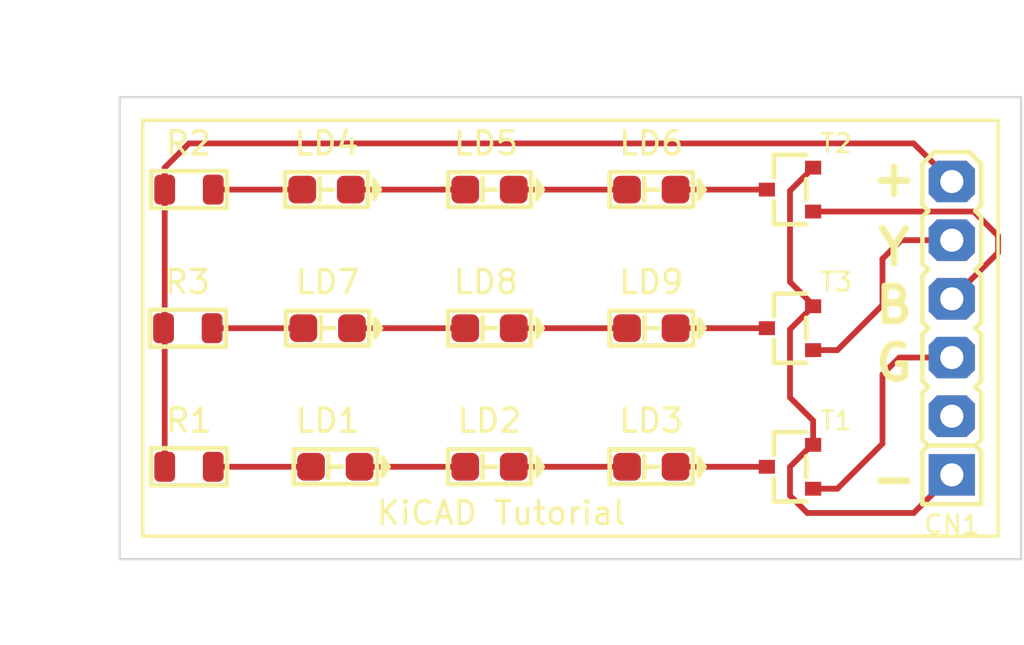
<source format=kicad_pcb>
(kicad_pcb (version 20211014) (generator pcbnew)
  (layers (0 "F.Cu" signal) (31 "B.Cu" signal) (34 "B.Paste" user) (35 "F.Paste" user) (36 "B.SilkS" user "B.Silkscreen") (37 "F.SilkS" user "F.Silkscreen") (38 "B.Mask" user) (39 "F.Mask" user) (44 "Edge.Cuts" user))
  (net 0 "")
  (net 1 "Net-(CN1-Pad1)")
  (net 3 "/G")
  (net 4 "/B")
  (net 5 "/Y")
  (net 6 "Net-(CN1-Pad6)")
  (net 7 "Net-(LD1-Pad1)")
  (net 8 "Net-(LD2-Pad1)")
  (net 9 "Net-(LD3-Pad1)")
  (net 10 "Net-(LD4-Pad2)")
  (net 11 "Net-(LD6-Pad1)")
  (net 12 "Net-(LD1-Pad2)")
  (net 13 "Net-(LD8-Pad1)")
  (net 14 "Net-(LD4-Pad1)")
  (net 15 "Net-(LD5-Pad1)")
  (net 16 "Net-(LD7-Pad1)")
  (net 17 "Net-(LD7-Pad2)")
  (net 18 "Net-(LD9-Pad1)")
  (footprint "minha_lib:LED_0805" (layer "F.Cu") (at 155 75 180)
    (fp_text reference "LD6" (at 0 2 unlocked) (layer "F.SilkS"))
    (fp_text value "LED_AZUL_0805_L171L-QBC-TR" hide)
    (fp_line (start -0.3 0) (end 0.3 0) (layer "F.SilkS") (width 0.2))
    (fp_line (start -2.3 0) (end -2.05 -0.4) (layer "F.SilkS") (width 0.2))
    (fp_line (start -1.8 0.75) (end -1.8 -0.75) (layer "F.SilkS") (width 0.2))
    (fp_line (start -2.05 0.4) (end -2.3 0) (layer "F.SilkS") (width 0.2))
    (fp_line (start 1.8 0.75) (end 0.15 0.75) (layer "F.SilkS") (width 0.2))
    (fp_line (start 0.15 0.75) (end -1.8 0.75) (layer "F.SilkS") (width 0.2))
    (fp_line (start -2.05 -0.4) (end -2.2 0) (layer "F.SilkS") (width 0.2))
    (fp_line (start -2.05 -0.4) (end -2.05 0.4) (layer "F.SilkS") (width 0.2))
    (fp_line (start -1.8 -0.75) (end 1.8 -0.75) (layer "F.SilkS") (width 0.2))
    (fp_line (start 1.8 -0.75) (end 1.8 0.75) (layer "F.SilkS") (width 0.2))
    (fp_line (start 0.3 -0.5) (end 0.3 0.5) (layer "F.SilkS") (width 0.2))
    (pad "1" smd roundrect (at -1.05 0 90) (size 1.2 1.2) (layers "F.Cu" "F.Paste" "F.Mask") (net 11 "Net-(LD6-Pad1)"))
    (pad "2" smd roundrect (at 1.05 0 270) (size 1.2 1.2) (layers "F.Cu" "F.Paste" "F.Mask") (net 15 "Net-(LD5-Pad1)"))
  )
  (footprint "minha_lib:RES_0805" (layer "F.Cu") (at 134.95 81 180)
    (fp_text reference "R3" (at 0.025 2 unlocked) (layer "F.SilkS"))
    (fp_text value "R_0805_1K_1%_1/8W")
    (fp_line (start 1.65 -0.8) (end 1.65 0.8) (layer "F.SilkS") (width 0.2))
    (fp_line (start -1.4 -0.8) (end 1.65 -0.8) (layer "F.SilkS") (width 0.2))
    (fp_line (start -1.65 0.8) (end -1.65 -0.05) (layer "F.SilkS") (width 0.2))
    (fp_line (start 1.65 0.8) (end -1.6 0.8) (layer "F.SilkS") (width 0.2))
    (fp_line (start -1.65 -0.05) (end -1.65 -0.8) (layer "F.SilkS") (width 0.2))
    (fp_line (start -1.65 -0.8) (end -1.45 -0.8) (layer "F.SilkS") (width 0.2))
    (fp_line (start -1.6 0.8) (end -1.65 0.8) (layer "F.SilkS") (width 0.2))
    (pad "1" smd roundrect (at -1.05 0 90) (size 1.3 0.9) (layers "F.Cu" "F.Paste" "F.Mask") (net 17 "Net-(LD7-Pad2)"))
    (pad "2" smd roundrect (at 1.05 0 270) (size 1.3 0.9) (layers "F.Cu" "F.Paste" "F.Mask") (net 6 "Net-(CN1-Pad6)"))
  )
  (footprint "minha_lib:SOT_23" (layer "F.Cu") (at 161 87 -90)
    (fp_text reference "T1" (at -2 -2 unlocked) (layer "F.SilkS") (effects (font (size 0.8 0.8) (thickness 0.12))))
    (fp_text value "T_NPN_SOT23_BC817")
    (fp_line (start -0.5 0.7) (end -1.5 0.7) (layer "F.SilkS") (width 0.2))
    (fp_line (start -1.5 0.7) (end -1.5 -0.7) (layer "F.SilkS") (width 0.2))
    (fp_line (start -0.45 -0.7) (end 0.45 -0.7) (layer "F.SilkS") (width 0.2))
    (fp_line (start 0.5 0.7) (end 1.5 0.7) (layer "F.SilkS") (width 0.2))
    (fp_line (start 1.5 -0.7) (end 1.5 0.7) (layer "F.SilkS") (width 0.2))
    (pad "1" smd rect (at 0.95 -1) (size 0.7 0.6) (layers "F.Cu" "F.Paste" "F.Mask") (net 3 "/G"))
    (pad "2" smd rect (at -0.95 -1) (size 0.7 0.6) (layers "F.Cu" "F.Paste" "F.Mask") (net 1 "Net-(CN1-Pad1)"))
    (pad "3" smd rect (at 0 1 180) (size 0.7 0.6) (layers "F.Cu" "F.Paste" "F.Mask") (net 9 "Net-(LD3-Pad1)"))
  )
  (footprint "minha_lib:LED_0805" (layer "F.Cu") (at 141 81 180)
    (fp_text reference "LD7" (at 0 2 unlocked) (layer "F.SilkS"))
    (fp_text value "LED_VERDE_0805_L171L-GC-TR" hide)
    (fp_line (start -2.05 -0.4) (end -2.05 0.4) (layer "F.SilkS") (width 0.2))
    (fp_line (start -0.3 0) (end 0.3 0) (layer "F.SilkS") (width 0.2))
    (fp_line (start 0.3 -0.5) (end 0.3 0.5) (layer "F.SilkS") (width 0.2))
    (fp_line (start -2.05 0.4) (end -2.3 0) (layer "F.SilkS") (width 0.2))
    (fp_line (start -2.05 -0.4) (end -2.2 0) (layer "F.SilkS") (width 0.2))
    (fp_line (start 0.15 0.75) (end -1.8 0.75) (layer "F.SilkS") (width 0.2))
    (fp_line (start -1.8 0.75) (end -1.8 -0.75) (layer "F.SilkS") (width 0.2))
    (fp_line (start 1.8 0.75) (end 0.15 0.75) (layer "F.SilkS") (width 0.2))
    (fp_line (start 1.8 -0.75) (end 1.8 0.75) (layer "F.SilkS") (width 0.2))
    (fp_line (start -1.8 -0.75) (end 1.8 -0.75) (layer "F.SilkS") (width 0.2))
    (fp_line (start -2.3 0) (end -2.05 -0.4) (layer "F.SilkS") (width 0.2))
    (pad "1" smd roundrect (at -1.05 0 90) (size 1.2 1.2) (layers "F.Cu" "F.Paste" "F.Mask") (net 16 "Net-(LD7-Pad1)"))
    (pad "2" smd roundrect (at 1.05 0 270) (size 1.2 1.2) (layers "F.Cu" "F.Paste" "F.Mask") (net 17 "Net-(LD7-Pad2)"))
  )
  (footprint "minha_lib:pin_header_male_6_2.54_pth" (layer "F.Cu") (at 168 87.35 90)
    (fp_text reference "CN1" (at -2.15 0 unlocked) (layer "F.SilkS") (effects (font (size 0.8 0.8) (thickness 0.12))))
    (fp_text value "CON_PIN_HEADER_1X6_2.54_180")
    (fp_line (start 6.604 -1.27) (end 6.35 -1.016) (layer "F.SilkS") (width 0.2))
    (fp_line (start 3.81 -1.016) (end 3.556 -1.27) (layer "F.SilkS") (width 0.2))
    (fp_line (start 1.27 -1.016) (end 1.27 1.016) (layer "F.SilkS") (width 0.2))
    (fp_line (start 1.27 1.016) (end 1.524 1.27) (layer "F.SilkS") (width 0.2))
    (fp_line (start 11.684 -1.27) (end 11.43 -1.016) (layer "F.SilkS") (width 0.2))
    (fp_line (start 1.27 -1.016) (end 1.016 -1.27) (layer "F.SilkS") (width 0.2))
    (fp_line (start 9.144 1.27) (end 11.176 1.27) (layer "F.SilkS") (width 0.2))
    (fp_line (start -1.016 1.27) (end 1.016 1.27) (layer "F.SilkS") (width 0.2))
    (fp_line (start 11.684 1.27) (end 13.462 1.27) (layer "F.SilkS") (width 0.2))
    (fp_line (start 6.096 -1.27) (end 4.064 -1.27) (layer "F.SilkS") (width 0.2))
    (fp_line (start 13.716 1.016) (end 13.97 0.762) (layer "F.SilkS") (width 0.2))
    (fp_line (start -1.27 1.27) (end -1.016 1.27) (layer "F.SilkS") (width 0.2))
    (fp_line (start 11.938 -1.27) (end 11.684 -1.27) (layer "F.SilkS") (width 0.2))
    (fp_line (start 13.97 -0.762) (end 13.462 -1.27) (layer "F.SilkS") (width 0.2))
    (fp_line (start 11.43 -1.016) (end 11.176 -1.27) (layer "F.SilkS") (width 0.2))
    (fp_line (start 1.016 -1.27) (end -1.27 -1.27) (layer "F.SilkS") (width 0.2))
    (fp_line (start 11.176 1.27) (end 11.43 1.016) (layer "F.SilkS") (width 0.2))
    (fp_line (start 6.604 1.27) (end 8.636 1.27) (layer "F.SilkS") (width 0.2))
    (fp_line (start 4.064 -1.27) (end 3.81 -1.016) (layer "F.SilkS") (width 0.2))
    (fp_line (start -1.27 -1.27) (end -1.27 1.27) (layer "F.SilkS") (width 0.2))
    (fp_line (start 3.556 -1.27) (end 1.524 -1.27) (layer "F.SilkS") (width 0.2))
    (fp_line (start 8.636 -1.27) (end 6.604 -1.27) (layer "F.SilkS") (width 0.2))
    (fp_line (start 9.144 -1.27) (end 8.89 -1.016) (layer "F.SilkS") (width 0.2))
    (fp_line (start 4.064 1.27) (end 6.096 1.27) (layer "F.SilkS") (width 0.2))
    (fp_line (start 11.43 1.016) (end 11.684 1.27) (layer "F.SilkS") (width 0.2))
    (fp_line (start 1.016 1.27) (end 1.27 1.016) (layer "F.SilkS") (width 0.2))
    (fp_line (start 1.524 -1.27) (end 1.27 -1.016) (layer "F.SilkS") (width 0.2))
    (fp_line (start 8.89 -1.016) (end 8.636 -1.27) (layer "F.SilkS") (width 0.2))
    (fp_line (start 8.636 1.27) (end 8.89 1.016) (layer "F.SilkS") (width 0.2))
    (fp_line (start 3.556 1.27) (end 3.81 1.016) (layer "F.SilkS") (width 0.2))
    (fp_line (start 8.89 1.016) (end 9.144 1.27) (layer "F.SilkS") (width 0.2))
    (fp_line (start 11.176 -1.27) (end 9.144 -1.27) (layer "F.SilkS") (width 0.2))
    (fp_line (start 6.096 1.27) (end 6.35 1.016) (layer "F.SilkS") (width 0.2))
    (fp_line (start 13.462 1.27) (end 13.716 1.016) (layer "F.SilkS") (width 0.2))
    (fp_line (start 3.81 1.016) (end 4.064 1.27) (layer "F.SilkS") (width 0.2))
    (fp_line (start 1.524 1.27) (end 3.556 1.27) (layer "F.SilkS") (width 0.2))
    (fp_line (start 6.35 1.016) (end 6.604 1.27) (layer "F.SilkS") (width 0.2))
    (fp_line (start 6.35 -1.016) (end 6.096 -1.27) (layer "F.SilkS") (width 0.2))
    (fp_line (start 13.462 -1.27) (end 11.938 -1.27) (layer "F.SilkS") (width 0.2))
    (fp_line (start 13.97 0.762) (end 13.97 -0.762) (layer "F.SilkS") (width 0.2))
    (fp_line (start 11.684 -1.27) (end 11.938 -1.27) (layer "F.SilkS") (width 0.2))
    (pad "1" thru_hole trapezoid (at 0 0 90) (size 1.8 2) (drill 1) (layers *.Cu *.Mask) (net 1 "Net-(CN1-Pad1)"))
    (pad "2" thru_hole roundrect (at 2.54 0 90) (size 1.8 2) (drill 1) (layers *.Cu *.Mask) (roundrect_rratio 0) (chamfer_ratio 0.2) (chamfer top_left top_right bottom_left bottom_right))
    (pad "3" thru_hole roundrect (at 5.08 0 90) (size 1.8 2) (drill 1) (layers *.Cu *.Mask) (roundrect_rratio 0) (chamfer_ratio 0.2) (chamfer top_left top_right bottom_left bottom_right) (net 3 "/G"))
    (pad "4" thru_hole roundrect (at 7.62 0 90) (size 1.8 2) (drill 1) (layers *.Cu *.Mask) (roundrect_rratio 0) (chamfer_ratio 0.2) (chamfer top_left top_right bottom_left bottom_right) (net 4 "/B"))
    (pad "5" thru_hole roundrect (at 10.16 0 90) (size 1.8 2) (drill 1) (layers *.Cu *.Mask) (roundrect_rratio 0) (chamfer_ratio 0.2) (chamfer top_left top_right bottom_left bottom_right) (net 5 "/Y"))
    (pad "6" thru_hole roundrect (at 12.7 0 90) (size 1.8 2) (drill 1) (layers *.Cu *.Mask) (roundrect_rratio 0) (chamfer_ratio 0.2) (chamfer top_left top_right bottom_left bottom_right) (net 6 "Net-(CN1-Pad6)"))
  )
  (footprint "minha_lib:LED_0805" (layer "F.Cu") (at 155 87 180)
    (fp_text reference "LD3" (at 0 2 unlocked) (layer "F.SilkS"))
    (fp_text value "LED_AMARELO_0805_L171L-YGC")
    (fp_line (start -2.05 -0.4) (end -2.05 0.4) (layer "F.SilkS") (width 0.2))
    (fp_line (start -2.3 0) (end -2.05 -0.4) (layer "F.SilkS") (width 0.2))
    (fp_line (start -2.05 -0.4) (end -2.2 0) (layer "F.SilkS") (width 0.2))
    (fp_line (start -0.3 0) (end 0.3 0) (layer "F.SilkS") (width 0.2))
    (fp_line (start -2.05 0.4) (end -2.3 0) (layer "F.SilkS") (width 0.2))
    (fp_line (start 0.15 0.75) (end -1.8 0.75) (layer "F.SilkS") (width 0.2))
    (fp_line (start 0.3 -0.5) (end 0.3 0.5) (layer "F.SilkS") (width 0.2))
    (fp_line (start -1.8 0.75) (end -1.8 -0.75) (layer "F.SilkS") (width 0.2))
    (fp_line (start -1.8 -0.75) (end 1.8 -0.75) (layer "F.SilkS") (width 0.2))
    (fp_line (start 1.8 -0.75) (end 1.8 0.75) (layer "F.SilkS") (width 0.2))
    (fp_line (start 1.8 0.75) (end 0.15 0.75) (layer "F.SilkS") (width 0.2))
    (pad "1" smd roundrect (at -1.05 0 90) (size 1.2 1.2) (layers "F.Cu" "F.Paste" "F.Mask") (net 9 "Net-(LD3-Pad1)"))
    (pad "2" smd roundrect (at 1.05 0 270) (size 1.2 1.2) (layers "F.Cu" "F.Paste" "F.Mask") (net 8 "Net-(LD2-Pad1)"))
  )
  (footprint "minha_lib:LED_0805" (layer "F.Cu") (at 148 87 180)
    (fp_text reference "LD2" (at 0 2 unlocked) (layer "F.SilkS"))
    (fp_text value "LED_AMARELO_0805_L171L-YGC")
    (fp_line (start -2.3 0) (end -2.05 -0.4) (layer "F.SilkS") (width 0.2))
    (fp_line (start 1.8 0.75) (end 0.15 0.75) (layer "F.SilkS") (width 0.2))
    (fp_line (start -0.3 0) (end 0.3 0) (layer "F.SilkS") (width 0.2))
    (fp_line (start 0.15 0.75) (end -1.8 0.75) (layer "F.SilkS") (width 0.2))
    (fp_line (start -1.8 0.75) (end -1.8 -0.75) (layer "F.SilkS") (width 0.2))
    (fp_line (start -2.05 -0.4) (end -2.2 0) (layer "F.SilkS") (width 0.2))
    (fp_line (start 1.8 -0.75) (end 1.8 0.75) (layer "F.SilkS") (width 0.2))
    (fp_line (start -1.8 -0.75) (end 1.8 -0.75) (layer "F.SilkS") (width 0.2))
    (fp_line (start -2.05 -0.4) (end -2.05 0.4) (layer "F.SilkS") (width 0.2))
    (fp_line (start 0.3 -0.5) (end 0.3 0.5) (layer "F.SilkS") (width 0.2))
    (fp_line (start -2.05 0.4) (end -2.3 0) (layer "F.SilkS") (width 0.2))
    (pad "1" smd roundrect (at -1.05 0 90) (size 1.2 1.2) (layers "F.Cu" "F.Paste" "F.Mask") (net 8 "Net-(LD2-Pad1)"))
    (pad "2" smd roundrect (at 1.05 0 270) (size 1.2 1.2) (layers "F.Cu" "F.Paste" "F.Mask") (net 7 "Net-(LD1-Pad1)"))
  )
  (footprint "minha_lib:LED_0805" (layer "F.Cu") (at 141.33 87 180)
    (fp_text reference "LD1" (at 0.33 2 unlocked) (layer "F.SilkS"))
    (fp_text value "LED_AMARELO_0805_L171L-YGC")
    (fp_line (start 0.3 -0.5) (end 0.3 0.5) (layer "F.SilkS") (width 0.2))
    (fp_line (start -2.3 0) (end -2.05 -0.4) (layer "F.SilkS") (width 0.2))
    (fp_line (start -1.8 -0.75) (end 1.8 -0.75) (layer "F.SilkS") (width 0.2))
    (fp_line (start 1.8 -0.75) (end 1.8 0.75) (layer "F.SilkS") (width 0.2))
    (fp_line (start -1.8 0.75) (end -1.8 -0.75) (layer "F.SilkS") (width 0.2))
    (fp_line (start -2.05 0.4) (end -2.3 0) (layer "F.SilkS") (width 0.2))
    (fp_line (start 0.15 0.75) (end -1.8 0.75) (layer "F.SilkS") (width 0.2))
    (fp_line (start -0.3 0) (end 0.3 0) (layer "F.SilkS") (width 0.2))
    (fp_line (start -2.05 -0.4) (end -2.2 0) (layer "F.SilkS") (width 0.2))
    (fp_line (start -2.05 -0.4) (end -2.05 0.4) (layer "F.SilkS") (width 0.2))
    (fp_line (start 1.8 0.75) (end 0.15 0.75) (layer "F.SilkS") (width 0.2))
    (pad "1" smd roundrect (at -1.05 0 90) (size 1.2 1.2) (layers "F.Cu" "F.Paste" "F.Mask") (net 7 "Net-(LD1-Pad1)"))
    (pad "2" smd roundrect (at 1.05 0 270) (size 1.2 1.2) (layers "F.Cu" "F.Paste" "F.Mask") (net 12 "Net-(LD1-Pad2)"))
  )
  (footprint "minha_lib:RES_0805" (layer "F.Cu") (at 135 87 180)
    (fp_text reference "R1" (at 0 2 unlocked) (layer "F.SilkS"))
    (fp_text value "R_0805_1K_1%_1/8W")
    (fp_line (start -1.65 -0.8) (end -1.45 -0.8) (layer "F.SilkS") (width 0.2))
    (fp_line (start -1.4 -0.8) (end 1.65 -0.8) (layer "F.SilkS") (width 0.2))
    (fp_line (start -1.65 0.8) (end -1.65 -0.05) (layer "F.SilkS") (width 0.2))
    (fp_line (start 1.65 0.8) (end -1.6 0.8) (layer "F.SilkS") (width 0.2))
    (fp_line (start -1.6 0.8) (end -1.65 0.8) (layer "F.SilkS") (width 0.2))
    (fp_line (start -1.65 -0.05) (end -1.65 -0.8) (layer "F.SilkS") (width 0.2))
    (fp_line (start 1.65 -0.8) (end 1.65 0.8) (layer "F.SilkS") (width 0.2))
    (pad "1" smd roundrect (at -1.05 0 90) (size 1.3 0.9) (layers "F.Cu" "F.Paste" "F.Mask") (net 12 "Net-(LD1-Pad2)"))
    (pad "2" smd roundrect (at 1.05 0 270) (size 1.3 0.9) (layers "F.Cu" "F.Paste" "F.Mask") (net 6 "Net-(CN1-Pad6)"))
  )
  (footprint "minha_lib:RES_0805" (layer "F.Cu") (at 135 75 180)
    (fp_text reference "R2" (at 0.025 2 unlocked) (layer "F.SilkS"))
    (fp_text value "R_0805_1K_1%_1/8W")
    (fp_line (start -1.6 0.8) (end -1.65 0.8) (layer "F.SilkS") (width 0.2))
    (fp_line (start -1.65 -0.05) (end -1.65 -0.8) (layer "F.SilkS") (width 0.2))
    (fp_line (start 1.65 -0.8) (end 1.65 0.8) (layer "F.SilkS") (width 0.2))
    (fp_line (start -1.4 -0.8) (end 1.65 -0.8) (layer "F.SilkS") (width 0.2))
    (fp_line (start 1.65 0.8) (end -1.6 0.8) (layer "F.SilkS") (width 0.2))
    (fp_line (start -1.65 -0.8) (end -1.45 -0.8) (layer "F.SilkS") (width 0.2))
    (fp_line (start -1.65 0.8) (end -1.65 -0.05) (layer "F.SilkS") (width 0.2))
    (pad "1" smd roundrect (at -1.05 0 90) (size 1.3 0.9) (layers "F.Cu" "F.Paste" "F.Mask") (net 10 "Net-(LD4-Pad2)"))
    (pad "2" smd roundrect (at 1.05 0 270) (size 1.3 0.9) (layers "F.Cu" "F.Paste" "F.Mask") (net 6 "Net-(CN1-Pad6)"))
  )
  (footprint "minha_lib:SOT_23" (layer "F.Cu") (at 161 75 -90)
    (fp_text reference "T2" (at -2 -2 unlocked) (layer "F.SilkS") (effects (font (size 0.8 0.8) (thickness 0.12))))
    (fp_text value "T_NPN_SOT23_BC817")
    (fp_line (start -0.5 0.7) (end -1.5 0.7) (layer "F.SilkS") (width 0.2))
    (fp_line (start -1.5 0.7) (end -1.5 -0.7) (layer "F.SilkS") (width 0.2))
    (fp_line (start 1.5 -0.7) (end 1.5 0.7) (layer "F.SilkS") (width 0.2))
    (fp_line (start 0.5 0.7) (end 1.5 0.7) (layer "F.SilkS") (width 0.2))
    (fp_line (start -0.45 -0.7) (end 0.45 -0.7) (layer "F.SilkS") (width 0.2))
    (pad "1" smd rect (at 0.95 -1) (size 0.7 0.6) (layers "F.Cu" "F.Paste" "F.Mask") (net 4 "/B"))
    (pad "2" smd rect (at -0.95 -1) (size 0.7 0.6) (layers "F.Cu" "F.Paste" "F.Mask") (net 1 "Net-(CN1-Pad1)"))
    (pad "3" smd rect (at 0 1 180) (size 0.7 0.6) (layers "F.Cu" "F.Paste" "F.Mask") (net 11 "Net-(LD6-Pad1)"))
  )
  (footprint "minha_lib:LED_0805" (layer "F.Cu") (at 148 81 180)
    (fp_text reference "LD8" (at 0.15 2 unlocked) (layer "F.SilkS"))
    (fp_text value "LED_VERDE_0805_L171L-GC-TR")
    (fp_line (start -2.05 -0.4) (end -2.2 0) (layer "F.SilkS") (width 0.2))
    (fp_line (start -2.05 -0.4) (end -2.05 0.4) (layer "F.SilkS") (width 0.2))
    (fp_line (start 0.15 0.75) (end -1.8 0.75) (layer "F.SilkS") (width 0.2))
    (fp_line (start -2.3 0) (end -2.05 -0.4) (layer "F.SilkS") (width 0.2))
    (fp_line (start -1.8 0.75) (end -1.8 -0.75) (layer "F.SilkS") (width 0.2))
    (fp_line (start -1.8 -0.75) (end 1.8 -0.75) (layer "F.SilkS") (width 0.2))
    (fp_line (start -2.05 0.4) (end -2.3 0) (layer "F.SilkS") (width 0.2))
    (fp_line (start 0.3 -0.5) (end 0.3 0.5) (layer "F.SilkS") (width 0.2))
    (fp_line (start 1.8 0.75) (end 0.15 0.75) (layer "F.SilkS") (width 0.2))
    (fp_line (start -0.3 0) (end 0.3 0) (layer "F.SilkS") (width 0.2))
    (fp_line (start 1.8 -0.75) (end 1.8 0.75) (layer "F.SilkS") (width 0.2))
    (pad "1" smd roundrect (at -1.05 0 90) (size 1.2 1.2) (layers "F.Cu" "F.Paste" "F.Mask") (net 13 "Net-(LD8-Pad1)"))
    (pad "2" smd roundrect (at 1.05 0 270) (size 1.2 1.2) (layers "F.Cu" "F.Paste" "F.Mask") (net 16 "Net-(LD7-Pad1)"))
  )
  (footprint "minha_lib:SOT_23" (layer "F.Cu") (at 161 81 -90)
    (fp_text reference "T3" (at -2 -2 unlocked) (layer "F.SilkS") (effects (font (size 0.8 0.8) (thickness 0.12))))
    (fp_text value "T_NPN_SOT23_BC817")
    (fp_line (start -0.5 0.7) (end -1.5 0.7) (layer "F.SilkS") (width 0.2))
    (fp_line (start -0.45 -0.7) (end 0.45 -0.7) (layer "F.SilkS") (width 0.2))
    (fp_line (start -1.5 0.7) (end -1.5 -0.7) (layer "F.SilkS") (width 0.2))
    (fp_line (start 0.5 0.7) (end 1.5 0.7) (layer "F.SilkS") (width 0.2))
    (fp_line (start 1.5 -0.7) (end 1.5 0.7) (layer "F.SilkS") (width 0.2))
    (pad "1" smd rect (at 0.95 -1) (size 0.7 0.6) (layers "F.Cu" "F.Paste" "F.Mask") (net 5 "/Y"))
    (pad "2" smd rect (at -0.95 -1) (size 0.7 0.6) (layers "F.Cu" "F.Paste" "F.Mask") (net 1 "Net-(CN1-Pad1)"))
    (pad "3" smd rect (at 0 1 180) (size 0.7 0.6) (layers "F.Cu" "F.Paste" "F.Mask") (net 18 "Net-(LD9-Pad1)"))
  )
  (footprint "minha_lib:LED_0805" (layer "F.Cu") (at 148 75 180)
    (fp_text reference "LD5" (at 0.15 2 unlocked) (layer "F.SilkS"))
    (fp_text value "LED_AZUL_0805_L171L-QBC-TR")
    (fp_line (start 1.8 -0.75) (end 1.8 0.75) (layer "F.SilkS") (width 0.2))
    (fp_line (start -0.3 0) (end 0.3 0) (layer "F.SilkS") (width 0.2))
    (fp_line (start -1.8 -0.75) (end 1.8 -0.75) (layer "F.SilkS") (width 0.2))
    (fp_line (start 1.8 0.75) (end 0.15 0.75) (layer "F.SilkS") (width 0.2))
    (fp_line (start -2.05 -0.4) (end -2.2 0) (layer "F.SilkS") (width 0.2))
    (fp_line (start -2.3 0) (end -2.05 -0.4) (layer "F.SilkS") (width 0.2))
    (fp_line (start -2.05 0.4) (end -2.3 0) (layer "F.SilkS") (width 0.2))
    (fp_line (start 0.15 0.75) (end -1.8 0.75) (layer "F.SilkS") (width 0.2))
    (fp_line (start -1.8 0.75) (end -1.8 -0.75) (layer "F.SilkS") (width 0.2))
    (fp_line (start 0.3 -0.5) (end 0.3 0.5) (layer "F.SilkS") (width 0.2))
    (fp_line (start -2.05 -0.4) (end -2.05 0.4) (layer "F.SilkS") (width 0.2))
    (pad "1" smd roundrect (at -1.05 0 90) (size 1.2 1.2) (layers "F.Cu" "F.Paste" "F.Mask") (net 15 "Net-(LD5-Pad1)"))
    (pad "2" smd roundrect (at 1.05 0 270) (size 1.2 1.2) (layers "F.Cu" "F.Paste" "F.Mask") (net 14 "Net-(LD4-Pad1)"))
  )
  (footprint "minha_lib:LED_0805" (layer "F.Cu") (at 155 81 180)
    (fp_text reference "LD9" (at 0 2 unlocked) (layer "F.SilkS"))
    (fp_text value "LED_VERDE_0805_L171L-GC-TR")
    (fp_line (start 1.8 -0.75) (end 1.8 0.75) (layer "F.SilkS") (width 0.2))
    (fp_line (start -2.3 0) (end -2.05 -0.4) (layer "F.SilkS") (width 0.2))
    (fp_line (start -0.3 0) (end 0.3 0) (layer "F.SilkS") (width 0.2))
    (fp_line (start -1.8 -0.75) (end 1.8 -0.75) (layer "F.SilkS") (width 0.2))
    (fp_line (start 1.8 0.75) (end 0.15 0.75) (layer "F.SilkS") (width 0.2))
    (fp_line (start -1.8 0.75) (end -1.8 -0.75) (layer "F.SilkS") (width 0.2))
    (fp_line (start -2.05 -0.4) (end -2.05 0.4) (layer "F.SilkS") (width 0.2))
    (fp_line (start -2.05 0.4) (end -2.3 0) (layer "F.SilkS") (width 0.2))
    (fp_line (start 0.15 0.75) (end -1.8 0.75) (layer "F.SilkS") (width 0.2))
    (fp_line (start 0.3 -0.5) (end 0.3 0.5) (layer "F.SilkS") (width 0.2))
    (fp_line (start -2.05 -0.4) (end -2.2 0) (layer "F.SilkS") (width 0.2))
    (pad "1" smd roundrect (at -1.05 0 90) (size 1.2 1.2) (layers "F.Cu" "F.Paste" "F.Mask") (net 18 "Net-(LD9-Pad1)"))
    (pad "2" smd roundrect (at 1.05 0 270) (size 1.2 1.2) (layers "F.Cu" "F.Paste" "F.Mask") (net 13 "Net-(LD8-Pad1)"))
  )
  (footprint "minha_lib:LED_0805" (layer "F.Cu") (at 140.95 75 180)
    (fp_text reference "LD4" (at 0 2 unlocked) (layer "F.SilkS"))
    (fp_text value "LED_AZUL_0805_L171L-QBC-TR")
    (fp_line (start 1.8 -0.75) (end 1.8 0.75) (layer "F.SilkS") (width 0.2))
    (fp_line (start 1.8 0.75) (end 0.15 0.75) (layer "F.SilkS") (width 0.2))
    (fp_line (start -0.3 0) (end 0.3 0) (layer "F.SilkS") (width 0.2))
    (fp_line (start -2.05 0.4) (end -2.3 0) (layer "F.SilkS") (width 0.2))
    (fp_line (start -2.05 -0.4) (end -2.05 0.4) (layer "F.SilkS") (width 0.2))
    (fp_line (start -2.3 0) (end -2.05 -0.4) (layer "F.SilkS") (width 0.2))
    (fp_line (start -1.8 0.75) (end -1.8 -0.75) (layer "F.SilkS") (width 0.2))
    (fp_line (start -1.8 -0.75) (end 1.8 -0.75) (layer "F.SilkS") (width 0.2))
    (fp_line (start -2.05 -0.4) (end -2.2 0) (layer "F.SilkS") (width 0.2))
    (fp_line (start 0.15 0.75) (end -1.8 0.75) (layer "F.SilkS") (width 0.2))
    (fp_line (start 0.3 -0.5) (end 0.3 0.5) (layer "F.SilkS") (width 0.2))
    (pad "1" smd roundrect (at -1.05 0 90) (size 1.2 1.2) (layers "F.Cu" "F.Paste" "F.Mask") (net 14 "Net-(LD4-Pad1)"))
    (pad "2" smd roundrect (at 1.05 0 270) (size 1.2 1.2) (layers "F.Cu" "F.Paste" "F.Mask") (net 10 "Net-(LD4-Pad2)"))
  )
  (gr_line (start 170 72) (end 170 90) (layer "F.SilkS") (width 0.15))
  (gr_line (start 133 90) (end 133 72) (layer "F.SilkS") (width 0.15))
  (gr_line (start 170 90) (end 133 90) (layer "F.SilkS") (width 0.15))
  (gr_line (start 133 72) (end 170 72) (layer "F.SilkS") (width 0.15))
  (gr_line (start 171 71) (end 171 91) (layer "Edge.Cuts") (width 0.1))
  (gr_line (start 132 71) (end 171 71) (layer "Edge.Cuts") (width 0.1))
  (gr_line (start 171 91) (end 132 91) (layer "Edge.Cuts") (width 0.1))
  (gr_line (start 132 91) (end 132 71) (layer "Edge.Cuts") (width 0.1))
  (gr_text "B" (at 165.5 80) (layer "F.SilkS") (effects (font (size 1.5 1.5) (thickness 0.3))))
  (gr_text "KiCAD Tutorial" (at 148.5 89) (layer "F.SilkS") (effects (font (size 1 1))))
  (gr_text "+" (at 165.5 74.5) (layer "F.SilkS") (effects (font (size 1.5 1.5) (thickness 0.3))))
  (gr_text "G" (at 165.5 82.5) (layer "F.SilkS") (effects (font (size 1.5 1.5) (thickness 0.3))))
  (gr_text "Y" (at 165.5 77.5) (layer "F.SilkS") (effects (font (size 1.5 1.5) (thickness 0.3))))
  (gr_text "-" (at 165.5 87.5) (layer "F.SilkS") (effects (font (size 1.5 1.5) (thickness 0.3))))
  (segment (start 162 86.05) (end 162 85) (width 0.25) (layer "F.Cu") (net 1))
  (segment (start 161 81.05) (end 162 80.05) (width 0.25) (layer "F.Cu") (net 1))
  (segment (start 161 79) (end 161 75.05) (width 0.25) (layer "F.Cu") (net 1))
  (segment (start 162 85) (end 161 84) (width 0.25) (layer "F.Cu") (net 1))
  (segment (start 161 75.05) (end 162 74.05) (width 0.25) (layer "F.Cu") (net 1))
  (segment (start 162 80.05) (end 162 80) (width 0.25) (layer "F.Cu") (net 1))
  (segment (start 161 88.249022) (end 161.750978 89) (width 0.25) (layer "F.Cu") (net 1))
  (segment (start 161 87) (end 161 88.249022) (width 0.25) (layer "F.Cu") (net 1))
  (segment (start 161.750978 89) (end 166.35 89) (width 0.25) (layer "F.Cu") (net 1))
  (segment (start 161 84) (end 161 81.05) (width 0.25) (layer "F.Cu") (net 1))
  (segment (start 162 86.05) (end 161.95 86.05) (width 0.25) (layer "F.Cu") (net 1))
  (segment (start 161.95 86.05) (end 161 87) (width 0.25) (layer "F.Cu") (net 1))
  (segment (start 162 80) (end 161 79) (width 0.25) (layer "F.Cu") (net 1))
  (segment (start 166.35 89) (end 168 87.35) (width 0.25) (layer "F.Cu") (net 1))
  (segment (start 165 86) (end 165 83) (width 0.25) (layer "F.Cu") (net 3))
  (segment (start 163.05 87.95) (end 165 86) (width 0.25) (layer "F.Cu") (net 3))
  (segment (start 162 87.95) (end 163.05 87.95) (width 0.25) (layer "F.Cu") (net 3))
  (segment (start 168 82.27) (end 165.73 82.27) (width 0.25) (layer "F.Cu") (net 3))
  (segment (start 165.73 82.27) (end 165 83) (width 0.25) (layer "F.Cu") (net 3))
  (segment (start 170 77) (end 170 77.73) (width 0.25) (layer "F.Cu") (net 4))
  (segment (start 162 75.95) (end 168.95 75.95) (width 0.25) (layer "F.Cu") (net 4))
  (segment (start 170 77.73) (end 168 79.73) (width 0.25) (layer "F.Cu") (net 4))
  (segment (start 168.95 75.95) (end 170 77) (width 0.25) (layer "F.Cu") (net 4))
  (segment (start 165.81 77.19) (end 168 77.19) (width 0.25) (layer "F.Cu") (net 5))
  (segment (start 165 80) (end 165 78) (width 0.25) (layer "F.Cu") (net 5))
  (segment (start 165 78) (end 165.81 77.19) (width 0.25) (layer "F.Cu") (net 5))
  (segment (start 162 81.95) (end 163.05 81.95) (width 0.25) (layer "F.Cu") (net 5))
  (segment (start 163.05 81.95) (end 165 80) (width 0.25) (layer "F.Cu") (net 5))
  (segment (start 166.35 73) (end 168 74.65) (width 0.25) (layer "F.Cu") (net 6))
  (segment (start 133.95 74.05) (end 135 73) (width 0.25) (layer "F.Cu") (net 6))
  (segment (start 133.95 81.05) (end 133.9 81) (width 0.25) (layer "F.Cu") (net 6))
  (segment (start 135 73) (end 166.35 73) (width 0.25) (layer "F.Cu") (net 6))
  (segment (start 133.95 80.95) (end 133.9 81) (width 0.25) (layer "F.Cu") (net 6))
  (segment (start 133.95 75) (end 133.95 74.05) (width 0.25) (layer "F.Cu") (net 6))
  (segment (start 133.95 75) (end 133.95 80.95) (width 0.25) (layer "F.Cu") (net 6))
  (segment (start 133.95 87) (end 133.95 81.05) (width 0.25) (layer "F.Cu") (net 6))
  (segment (start 142.38 87) (end 146.95 87) (width 0.25) (layer "F.Cu") (net 7))
  (segment (start 149.05 87) (end 153.95 87) (width 0.25) (layer "F.Cu") (net 8))
  (segment (start 156.05 87) (end 160 87) (width 0.25) (layer "F.Cu") (net 9))
  (segment (start 136.05 75) (end 139.9 75) (width 0.25) (layer "F.Cu") (net 10))
  (segment (start 156.05 75) (end 160 75) (width 0.25) (layer "F.Cu") (net 11))
  (segment (start 136.05 87) (end 140.28 87) (width 0.25) (layer "F.Cu") (net 12))
  (segment (start 153.95 81) (end 149.05 81) (width 0.25) (layer "F.Cu") (net 13))
  (segment (start 142 75) (end 146.95 75) (width 0.25) (layer "F.Cu") (net 14))
  (segment (start 149.05 75) (end 153.95 75) (width 0.25) (layer "F.Cu") (net 15))
  (segment (start 146.95 81) (end 142.05 81) (width 0.25) (layer "F.Cu") (net 16))
  (segment (start 139.95 81) (end 136 81) (width 0.25) (layer "F.Cu") (net 17))
  (segment (start 156.05 81) (end 160 81) (width 0.25) (layer "F.Cu") (net 18))
)
</source>
